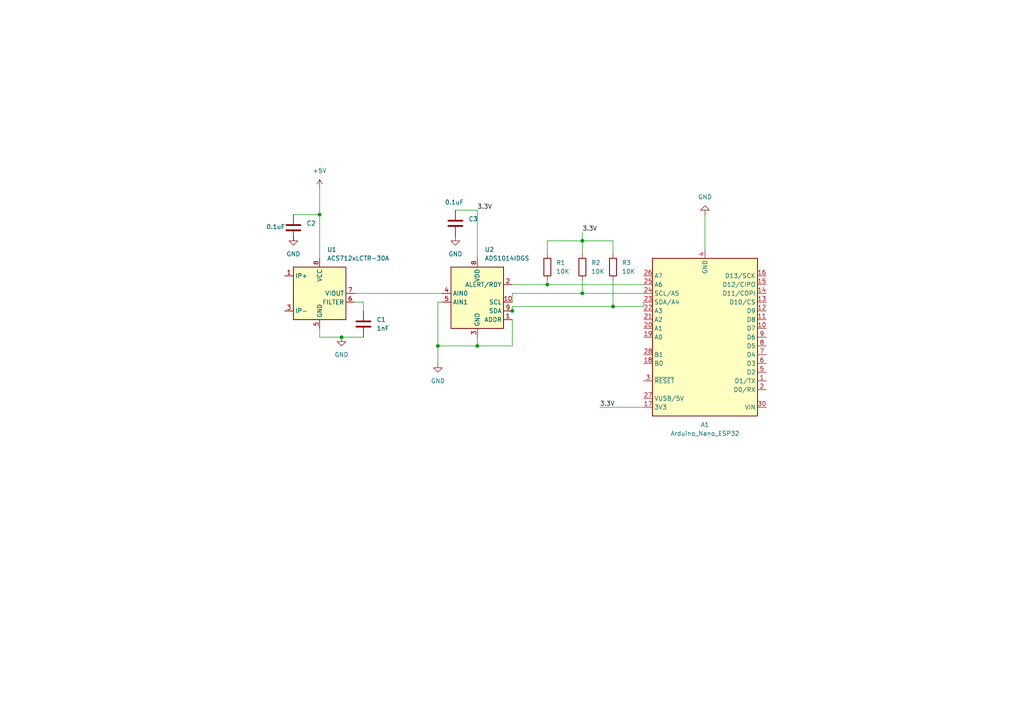
<source format=kicad_sch>
(kicad_sch (version 20250114) (generator "eeschema") (generator_version "9.0")
  (paper "A4")
  (lib_symbols
    (symbol "Analog_ADC:ADS1014IDGS"
      (property "Reference" "U" (at 2.54 13.97 0))
      (property "Value" "ADS1014IDGS" (at 7.62 11.43 0))
      (symbol "ADS1014IDGS_0_1"
        (rectangle (start -7.62 10.16) (end 7.62 -7.62) (stroke (width 0.254)) (fill (type background)))
      )
      (symbol "ADS1014IDGS_1_1"
        (pin input line (at -10.16 2.54 0) (length 2.54) (name "AIN0") (number "4"))
        (pin input line (at -10.16 0 0) (length 2.54) (name "AIN1") (number "5"))
        (pin no_connect line (at -7.62 7.62 0) (length 2.54) (hide yes) (name "~") (number "6"))
        (pin no_connect line (at -7.62 5.08 0) (length 2.54) (hide yes) (name "~") (number "7"))
        (pin power_in line (at 0 12.7 270) (length 2.54) (name "VDD") (number "8"))
        (pin power_in line (at 0 -10.16 90) (length 2.54) (name "GND") (number "3"))
        (pin output line (at 10.16 5.08 180) (length 2.54) (name "ALERT/RDY") (number "2"))
        (pin input line (at 10.16 0 180) (length 2.54) (name "SCL") (number "10"))
        (pin bidirectional line (at 10.16 -2.54 180) (length 2.54) (name "SDA") (number "9"))
        (pin input line (at 10.16 -5.08 180) (length 2.54) (name "ADDR") (number "1"))
      )
    )
    (symbol "Device:C" (pin_numbers (hide yes)) (pin_names (offset 0.254))
      (property "Reference" "C" (at 0.635 2.54 0))
      (property "Value" "C" (at 0.635 -2.54 0))
      (symbol "C_0_1"
        (polyline (pts (xy -2.032 0.762) (xy 2.032 0.762)) (stroke (width 0.508)))
        (polyline (pts (xy -2.032 -0.762) (xy 2.032 -0.762)) (stroke (width 0.508)))
      )
      (symbol "C_1_1"
        (pin passive line (at 0 3.81 270) (length 2.794) (name "~") (number "1"))
        (pin passive line (at 0 -3.81 90) (length 2.794) (name "~") (number "2"))
      )
    )
    (symbol "Device:R" (pin_numbers (hide yes)) (pin_names (offset 0))
      (property "Reference" "R" (at 2.032 0 90))
      (property "Value" "R" (at 0 0 90))
      (symbol "R_0_1"
        (rectangle (start -1.016 -2.54) (end 1.016 2.54) (stroke (width 0.254)))
      )
      (symbol "R_1_1"
        (pin passive line (at 0 3.81 270) (length 1.27) (name "~") (number "1"))
        (pin passive line (at 0 -3.81 90) (length 1.27) (name "~") (number "2"))
      )
    )
    (symbol "MCU_Module:Arduino_Nano_ESP32"
      (property "Reference" "A" (at -14.986 23.622 0))
      (property "Value" "Arduino_Nano_ESP32" (at 3.81 -25.654 0))
      (symbol "Arduino_Nano_ESP32_0_1"
        (rectangle (start -15.24 22.86) (end 15.24 -22.86) (stroke (width 0.254)) (fill (type background)))
      )
      (symbol "Arduino_Nano_ESP32_1_1"
        (pin power_in line (at -17.78 20.32 0) (length 2.54) (name "VIN") (number "30"))
        (pin bidirectional line (at -17.78 15.24 0) (length 2.54) (name "D0/RX") (number "2"))
        (pin bidirectional line (at -17.78 12.7 0) (length 2.54) (name "D1/TX") (number "1"))
        (pin bidirectional line (at -17.78 10.16 0) (length 2.54) (name "D2") (number "5"))
        (pin bidirectional line (at -17.78 7.62 0) (length 2.54) (name "D3") (number "6"))
        (pin bidirectional line (at -17.78 5.08 0) (length 2.54) (name "D4") (number "7"))
        (pin bidirectional line (at -17.78 2.54 0) (length 2.54) (name "D5") (number "8"))
        (pin bidirectional line (at -17.78 0 0) (length 2.54) (name "D6") (number "9"))
        (pin bidirectional line (at -17.78 -2.54 0) (length 2.54) (name "D7") (number "10"))
        (pin bidirectional line (at -17.78 -5.08 0) (length 2.54) (name "D8") (number "11"))
        (pin bidirectional line (at -17.78 -7.62 0) (length 2.54) (name "D9") (number "12"))
        (pin bidirectional line (at -17.78 -10.16 0) (length 2.54) (name "D10/CS") (number "13"))
        (pin bidirectional line (at -17.78 -12.7 0) (length 2.54) (name "D11/COPI") (number "14"))
        (pin bidirectional line (at -17.78 -15.24 0) (length 2.54) (name "D12/CIPO") (number "15"))
        (pin bidirectional line (at -17.78 -17.78 0) (length 2.54) (name "D13/SCK") (number "16"))
        (pin passive line (at 0 -25.4 90) (length 2.54) (hide yes) (name "GND") (number "29"))
        (pin power_in line (at 0 -25.4 90) (length 2.54) (name "GND") (number "4"))
        (pin power_out line (at 17.78 20.32 180) (length 2.54) (name "3V3") (number "17"))
        (pin power_out line (at 17.78 17.78 180) (length 2.54) (name "VUSB/5V") (number "27"))
        (pin input line (at 17.78 12.7 180) (length 2.54) (name "~{RESET}") (number "3"))
        (pin bidirectional line (at 17.78 7.62 180) (length 2.54) (name "B0") (number "18"))
        (pin bidirectional line (at 17.78 5.08 180) (length 2.54) (name "B1") (number "28"))
        (pin bidirectional line (at 17.78 0 180) (length 2.54) (name "A0") (number "19"))
        (pin bidirectional line (at 17.78 -2.54 180) (length 2.54) (name "A1") (number "20"))
        (pin bidirectional line (at 17.78 -5.08 180) (length 2.54) (name "A2") (number "21"))
        (pin bidirectional line (at 17.78 -7.62 180) (length 2.54) (name "A3") (number "22"))
        (pin bidirectional line (at 17.78 -10.16 180) (length 2.54) (name "SDA/A4") (number "23"))
        (pin bidirectional line (at 17.78 -12.7 180) (length 2.54) (name "SCL/A5") (number "24"))
        (pin bidirectional line (at 17.78 -15.24 180) (length 2.54) (name "A6") (number "25"))
        (pin bidirectional line (at 17.78 -17.78 180) (length 2.54) (name "A7") (number "26"))
      )
    )
    (symbol "Sensor_Current:ACS712xLCTR-30A"
      (property "Reference" "U" (at 2.54 11.43 0))
      (property "Value" "ACS712xLCTR-30A" (at 2.54 8.89 0))
      (symbol "ACS712xLCTR-30A_0_1"
        (rectangle (start -7.62 7.62) (end 7.62 -7.62) (stroke (width 0.254)) (fill (type background)))
      )
      (symbol "ACS712xLCTR-30A_1_1"
        (pin passive line (at -10.16 5.08 0) (length 2.54) (name "IP+") (number "1"))
        (pin passive line (at -10.16 5.08 0) (length 2.54) (hide yes) (name "IP+") (number "2"))
        (pin passive line (at -10.16 -5.08 0) (length 2.54) (name "IP-") (number "3"))
        (pin passive line (at -10.16 -5.08 0) (length 2.54) (hide yes) (name "IP-") (number "4"))
        (pin power_in line (at 0 10.16 270) (length 2.54) (name "VCC") (number "8"))
        (pin power_in line (at 0 -10.16 90) (length 2.54) (name "GND") (number "5"))
        (pin output line (at 10.16 0 180) (length 2.54) (name "VIOUT") (number "7"))
        (pin passive line (at 10.16 -2.54 180) (length 2.54) (name "FILTER") (number "6"))
      )
    )
    (symbol "power:+5V" (power) (pin_numbers (hide yes)) (pin_names (offset 0) (hide yes))
      (property "Value" "+5V" (at 0 3.556 0))
      (symbol "+5V_0_1"
        (polyline (pts (xy -0.762 1.27) (xy 0 2.54)))
        (polyline (pts (xy 0 2.54) (xy 0.762 1.27)))
        (polyline (pts (xy 0 0) (xy 0 2.54)))
      )
      (symbol "+5V_1_1"
        (pin power_in line (at 0 0 90) (length 0) (name "~") (number "1"))
      )
    )
    (symbol "power:GND" (power) (pin_numbers (hide yes)) (pin_names (offset 0) (hide yes))
      (property "Value" "GND" (at 0 -3.81 0))
      (symbol "GND_0_1"
        (polyline (pts (xy 0 0) (xy 0 -1.27) (xy 1.27 -1.27) (xy 0 -2.54) (xy -1.27 -1.27) (xy 0 -1.27)))
      )
      (symbol "GND_1_1"
        (pin power_in line (at 0 0 270) (length 0) (name "~") (number "1"))
      )
    )
  )
  (junction (at 92.71 62.23))
  (junction (at 168.91 85.09))
  (junction (at 168.91 69.85))
  (junction (at 127 100.33))
  (junction (at 148.59 90.17))
  (junction (at 177.8 88.9))
  (junction (at 138.43 100.33))
  (junction (at 99.06 97.79))
  (junction (at 158.75 82.55))
  (wire (pts (xy 132.08 60.96) (xy 138.43 60.96)))
  (wire (pts (xy 168.91 73.66) (xy 168.91 69.85)))
  (wire (pts (xy 148.59 85.09) (xy 148.59 87.63)))
  (wire (pts (xy 138.43 60.96) (xy 138.43 74.93)))
  (wire (pts (xy 85.09 69.85) (xy 85.09 68.58)))
  (wire (pts (xy 92.71 62.23) (xy 85.09 62.23)))
  (wire (pts (xy 177.8 88.9) (xy 186.69 88.9)))
  (wire (pts (xy 158.75 69.85) (xy 168.91 69.85)))
  (wire (pts (xy 148.59 88.9) (xy 148.59 90.17)))
  (wire (pts (xy 105.41 87.63) (xy 105.41 90.17)))
  (wire (pts (xy 168.91 67.31) (xy 168.91 69.85)))
  (wire (pts (xy 102.87 85.09) (xy 128.27 85.09)))
  (wire (pts (xy 177.8 69.85) (xy 177.8 73.66)))
  (wire (pts (xy 186.69 88.9) (xy 186.69 87.63)))
  (wire (pts (xy 168.91 85.09) (xy 186.69 85.09)))
  (wire (pts (xy 204.47 62.23) (xy 204.47 72.39)))
  (wire (pts (xy 99.06 97.79) (xy 92.71 97.79)))
  (wire (pts (xy 127 100.33) (xy 127 87.63)))
  (wire (pts (xy 168.91 69.85) (xy 177.8 69.85)))
  (wire (pts (xy 148.59 88.9) (xy 177.8 88.9)))
  (wire (pts (xy 158.75 82.55) (xy 186.69 82.55)))
  (wire (pts (xy 138.43 97.79) (xy 138.43 100.33)))
  (wire (pts (xy 148.59 100.33) (xy 138.43 100.33)))
  (wire (pts (xy 168.91 81.28) (xy 168.91 85.09)))
  (wire (pts (xy 127 105.41) (xy 127 100.33)))
  (wire (pts (xy 138.43 100.33) (xy 127 100.33)))
  (wire (pts (xy 92.71 97.79) (xy 92.71 95.25)))
  (wire (pts (xy 173.99 118.11) (xy 186.69 118.11)))
  (wire (pts (xy 148.59 82.55) (xy 158.75 82.55)))
  (wire (pts (xy 127 87.63) (xy 128.27 87.63)))
  (wire (pts (xy 147.32 90.17) (xy 148.59 90.17)))
  (wire (pts (xy 148.59 92.71) (xy 148.59 100.33)))
  (wire (pts (xy 102.87 87.63) (xy 105.41 87.63)))
  (wire (pts (xy 92.71 62.23) (xy 92.71 74.93)))
  (wire (pts (xy 158.75 69.85) (xy 158.75 73.66)))
  (wire (pts (xy 168.91 85.09) (xy 148.59 85.09)))
  (wire (pts (xy 92.71 54.61) (xy 92.71 62.23)))
  (wire (pts (xy 158.75 81.28) (xy 158.75 82.55)))
  (wire (pts (xy 177.8 81.28) (xy 177.8 88.9)))
  (wire (pts (xy 105.41 97.79) (xy 99.06 97.79)))
  (label "3.3V" (at 138.43 60.96 0))
  (label "3.3V" (at 173.99 118.11 0))
  (label "3.3V" (at 168.91 67.31 0))
  (symbol (lib_id "power:GND") (at 204.47 62.23 180) (unit 1)
    (property "Reference" "#PWR07" (effects (hide yes)))
    (property "Value" "GND" (at 204.47 57.15 0))
    (property "Description" "Power symbol creates a global label with name \"GND\" , ground" (effects (hide yes)))
  )
  (symbol (lib_id "Device:C") (at 105.41 93.98 0) (unit 1)
    (property "Reference" "C1" (at 109.22 92.7099 0) (effects (justify left)))
    (property "Value" "1nF" (at 109.22 95.2499 0) (effects (justify left)))
    (property "Description" "Unpolarized capacitor" (effects (hide yes)))
  )
  (symbol (lib_id "Analog_ADC:ADS1014IDGS") (at 138.43 87.63 0) (unit 1)
    (property "Reference" "U2" (at 140.5733 72.39 0) (effects (justify left)))
    (property "Value" "ADS1014IDGS" (at 140.5733 74.93 0) (effects (justify left)))
    (property "Footprint" "Package_SO:TSSOP-10_3x3mm_P0.5mm" (effects (hide yes)))
    (property "Datasheet" "http://www.ti.com/lit/ds/symlink/ads1015.pdf" (effects (hide yes)))
    (property "Description" "Ultra-Small, Low-Power, I2C-Compatible, 3.3-kSPS, 12-Bit ADCs With Internal Reference, Oscillator, and Programmable Comparator, VSSOP-10" (effects (hide yes)))
  )
  (symbol (lib_id "Device:C") (at 85.09 66.04 0) (unit 1)
    (property "Reference" "C2" (at 88.9 64.7699 0) (effects (justify left)))
    (property "Value" "0.1uF" (at 77.216 65.786 0) (effects (justify left)))
    (property "Description" "Unpolarized capacitor" (effects (hide yes)))
  )
  (symbol (lib_id "power:GND") (at 99.06 97.79 0) (unit 1)
    (property "Reference" "#PWR03" (effects (hide yes)))
    (property "Value" "GND" (at 99.06 102.87 0))
    (property "Description" "Power symbol creates a global label with name \"GND\" , ground" (effects (hide yes)))
  )
  (symbol (lib_id "power:GND") (at 85.09 68.58 0) (unit 1)
    (property "Reference" "#PWR02" (effects (hide yes)))
    (property "Value" "GND" (at 85.09 73.66 0))
    (property "Description" "Power symbol creates a global label with name \"GND\" , ground" (effects (hide yes)))
  )
  (symbol (lib_id "Device:C") (at 132.08 64.77 0) (unit 1)
    (property "Reference" "C3" (at 135.89 63.4999 0) (effects (justify left)))
    (property "Value" "0.1uF" (at 129.032 58.674 0) (effects (justify left)))
    (property "Description" "Unpolarized capacitor" (effects (hide yes)))
  )
  (symbol (lib_id "Device:R") (at 177.8 77.47 0) (unit 1)
    (property "Reference" "R3" (at 180.34 76.1999 0) (effects (justify left)))
    (property "Value" "10K" (at 180.34 78.7399 0) (effects (justify left)))
    (property "Description" "Resistor" (effects (hide yes)))
  )
  (symbol (lib_id "power:GND") (at 132.08 68.58 0) (unit 1)
    (property "Reference" "#PWR06" (effects (hide yes)))
    (property "Value" "GND" (at 132.08 73.66 0))
    (property "Description" "Power symbol creates a global label with name \"GND\" , ground" (effects (hide yes)))
  )
  (symbol (lib_id "Sensor_Current:ACS712xLCTR-30A") (at 92.71 85.09 0) (unit 1)
    (property "Reference" "U1" (at 94.8533 72.39 0) (effects (justify left)))
    (property "Value" "ACS712xLCTR-30A" (at 94.8533 74.93 0) (effects (justify left)))
    (property "Footprint" "Package_SO:SOIC-8_3.9x4.9mm_P1.27mm" (effects (hide yes)))
    (property "Datasheet" "http://www.allegromicro.com/~/media/Files/Datasheets/ACS712-Datasheet.ashx?la=en" (effects (hide yes)))
    (property "Description" "±30A Bidirectional Hall-Effect Current Sensor, +5.0V supply, 66mV/A, SOIC-8" (effects (hide yes)))
  )
  (symbol (lib_id "power:GND") (at 127 105.41 0) (unit 1)
    (property "Reference" "#PWR04" (effects (hide yes)))
    (property "Value" "GND" (at 127 110.49 0))
    (property "Description" "Power symbol creates a global label with name \"GND\" , ground" (effects (hide yes)))
  )
  (symbol (lib_id "MCU_Module:Arduino_Nano_ESP32") (at 204.47 97.79 180) (unit 1)
    (property "Reference" "A1" (at 204.47 123.19 0))
    (property "Value" "Arduino_Nano_ESP32" (at 204.47 125.73 0))
    (property "Footprint" "Module:Arduino_Nano" (effects (hide yes)))
    (property "Datasheet" "https://docs.arduino.cc/resources/datasheets/ABX00083-datasheet.pdf" (effects (hide yes)))
    (property "Description" "Arduino Nano board based on the ESP32-S3 with a dual-core 240 MHz processor, 384 kB ROM, 512 kB SRAM. Operates at 3.3V, with 5V USB-C® input and 6-21V VIN. Features Wi-Fi®, Bluetooth® LE, digital and analog pins, and supports SPI, I2C, UART, I2S, and CAN." (effects (hide yes)))
  )
  (symbol (lib_id "Device:R") (at 158.75 77.47 0) (unit 1)
    (property "Reference" "R1" (at 161.29 76.1999 0) (effects (justify left)))
    (property "Value" "10K" (at 161.29 78.7399 0) (effects (justify left)))
    (property "Description" "Resistor" (effects (hide yes)))
  )
  (symbol (lib_id "power:+5V") (at 92.71 54.61 0) (unit 1)
    (property "Reference" "#PWR01" (effects (hide yes)))
    (property "Value" "+5V" (at 92.71 49.53 0))
    (property "Description" "Power symbol creates a global label with name \"+5V\"" (effects (hide yes)))
  )
  (symbol (lib_id "Device:R") (at 168.91 77.47 0) (unit 1)
    (property "Reference" "R2" (at 171.45 76.1999 0) (effects (justify left)))
    (property "Value" "10K" (at 171.45 78.7399 0) (effects (justify left)))
    (property "Description" "Resistor" (effects (hide yes)))
  )
)
</source>
